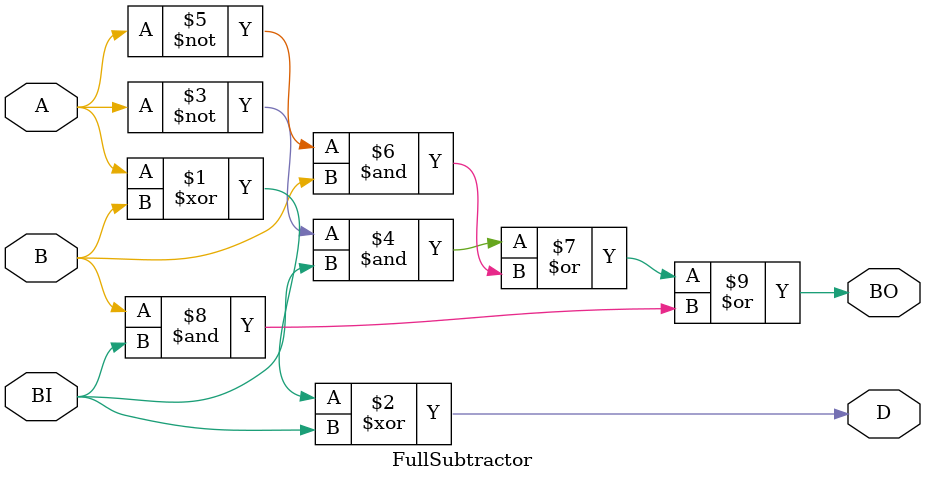
<source format=sv>
module FullSubtractor(D, BO, A, B, BI);
    input wire A, B, BI;
    output logic D, BO;

    assign D = (A ^ B) ^ BI;
    assign BO = ~A & BI | ~A & B | B & BI;
    
endmodule
</source>
